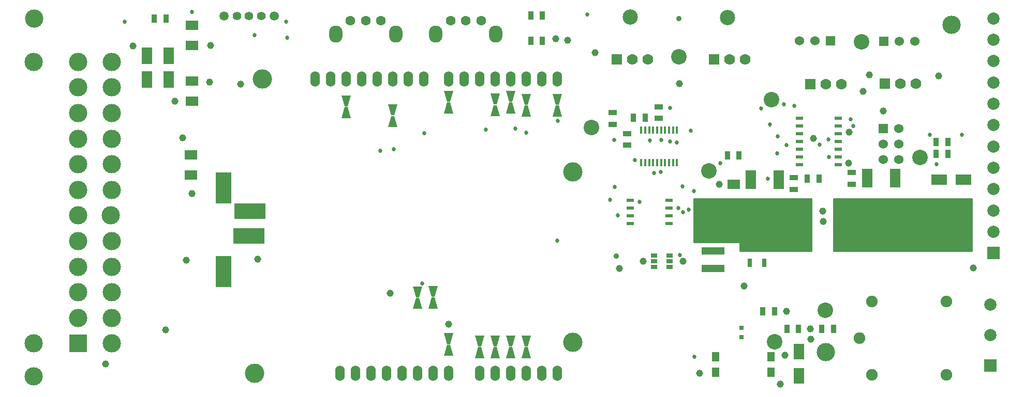
<source format=gts>
G04 (created by PCBNEW (2013-07-07 BZR 4022)-stable) date 31/03/2014 17:29:00*
%MOIN*%
G04 Gerber Fmt 3.4, Leading zero omitted, Abs format*
%FSLAX34Y34*%
G01*
G70*
G90*
G04 APERTURE LIST*
%ADD10C,0.006*%
%ADD11C,0.0984252*%
%ADD12R,0.0669291X0.0984252*%
%ADD13R,0.035X0.055*%
%ADD14R,0.0511811X0.0590551*%
%ADD15R,0.06X0.06*%
%ADD16C,0.06*%
%ADD17R,0.055X0.035*%
%ADD18R,0.0787402X0.0787402*%
%ADD19C,0.0787402*%
%ADD20R,0.045X0.02*%
%ADD21R,0.0984252X0.0669291*%
%ADD22R,0.07X0.11*%
%ADD23R,0.08X0.06*%
%ADD24R,0.0394X0.0276*%
%ADD25R,0.0255906X0.0531496*%
%ADD26R,0.145669X0.0472441*%
%ADD27C,0.075*%
%ADD28C,0.11811*%
%ADD29R,0.016X0.05*%
%ADD30R,0.0314X0.0314*%
%ADD31C,0.07*%
%ADD32R,0.07X0.07*%
%ADD33O,0.0866142X0.110236*%
%ADD34C,0.0629921*%
%ADD35C,0.0590551*%
%ADD36C,0.0551181*%
%ADD37O,0.06X0.1*%
%ADD38C,0.125*%
%ADD39R,0.11811X0.11811*%
%ADD40C,0.1*%
%ADD41R,0.065X0.12*%
%ADD42R,0.24X0.24*%
%ADD43R,0.1X0.1*%
%ADD44R,0.05X0.1*%
%ADD45R,0.1X0.05*%
%ADD46C,0.046*%
%ADD47C,0.027*%
%ADD48C,0.035*%
%ADD49C,0.01*%
G04 APERTURE END LIST*
G54D10*
G54D11*
X95650Y-39550D03*
G54D12*
X100250Y-61100D03*
X100250Y-62674D03*
G54D13*
X100225Y-59650D03*
X99475Y-59650D03*
X101725Y-59650D03*
X102475Y-59650D03*
X97925Y-58500D03*
X98675Y-58500D03*
G54D14*
X94900Y-61450D03*
X94900Y-62450D03*
X98443Y-62450D03*
X98443Y-61450D03*
G54D15*
X105700Y-46700D03*
G54D16*
X106700Y-46700D03*
X105700Y-47700D03*
X106700Y-47700D03*
X105700Y-48700D03*
X106700Y-48700D03*
G54D17*
X91225Y-45300D03*
X91225Y-46050D03*
X89175Y-47025D03*
X89175Y-47775D03*
G54D18*
X112600Y-62000D03*
G54D19*
X112600Y-60031D03*
X112600Y-58062D03*
G54D18*
X112800Y-54750D03*
G54D19*
X112800Y-53372D03*
X112800Y-51994D03*
X112800Y-50616D03*
X112800Y-49238D03*
X112800Y-47860D03*
X112800Y-46482D03*
X112800Y-45104D03*
X112800Y-43726D03*
X112800Y-42348D03*
X112800Y-40970D03*
X112800Y-39592D03*
G54D20*
X91900Y-51325D03*
X91900Y-51825D03*
X91900Y-52325D03*
X91900Y-52825D03*
X89400Y-52825D03*
X89400Y-52325D03*
X89400Y-51825D03*
X89400Y-51325D03*
G54D21*
X110850Y-50000D03*
X109275Y-50000D03*
G54D13*
X95650Y-48425D03*
X96400Y-48425D03*
G54D22*
X58250Y-43550D03*
X59650Y-43550D03*
X59650Y-42000D03*
X58250Y-42000D03*
G54D23*
X61150Y-43650D03*
X61150Y-44950D03*
X61100Y-49700D03*
X61100Y-48400D03*
X61150Y-40050D03*
X61150Y-41350D03*
G54D13*
X59475Y-39600D03*
X58725Y-39600D03*
X83725Y-41050D03*
X82975Y-41050D03*
X82975Y-39400D03*
X83725Y-39400D03*
G54D24*
X90925Y-55650D03*
X90925Y-55275D03*
X90925Y-54900D03*
X91925Y-54900D03*
X91925Y-55275D03*
X91925Y-55650D03*
G54D25*
X97075Y-55375D03*
X98019Y-55375D03*
G54D26*
X94725Y-55725D03*
X94725Y-54622D03*
G54D27*
X104150Y-60250D03*
X104940Y-57890D03*
X109740Y-57890D03*
X109740Y-62610D03*
X104940Y-62610D03*
G54D20*
X100300Y-46050D03*
X100300Y-46550D03*
X100300Y-47050D03*
X100300Y-47550D03*
X100300Y-48050D03*
X100300Y-48550D03*
X100300Y-49050D03*
X102800Y-49050D03*
X102800Y-48550D03*
X102800Y-47550D03*
X102800Y-47050D03*
X102800Y-46550D03*
X102800Y-46050D03*
X102800Y-48050D03*
G54D28*
X51000Y-39600D03*
X50950Y-62700D03*
X110100Y-40000D03*
G54D29*
X92400Y-46800D03*
X92150Y-46800D03*
X91890Y-46800D03*
X91630Y-46800D03*
X91380Y-46800D03*
X91120Y-46800D03*
X90860Y-46800D03*
X90610Y-46800D03*
X90350Y-46800D03*
X90100Y-46800D03*
X90100Y-48900D03*
X90350Y-48900D03*
X90610Y-48900D03*
X90860Y-48900D03*
X91120Y-48900D03*
X91380Y-48900D03*
X91630Y-48900D03*
X91890Y-48900D03*
X92150Y-48900D03*
X92400Y-48900D03*
G54D17*
X88250Y-45675D03*
X88250Y-46425D03*
G54D13*
X90350Y-46000D03*
X89600Y-46000D03*
G54D30*
X96550Y-60170D03*
X96550Y-59580D03*
G54D11*
X89400Y-39500D03*
G54D31*
X89525Y-42250D03*
X90525Y-42250D03*
G54D32*
X88525Y-42250D03*
G54D31*
X106800Y-43800D03*
X107800Y-43800D03*
G54D32*
X105800Y-43800D03*
G54D31*
X102000Y-43825D03*
X103000Y-43825D03*
G54D32*
X101000Y-43825D03*
G54D31*
X95800Y-42250D03*
X96800Y-42250D03*
G54D32*
X94800Y-42250D03*
G54D33*
X74279Y-40616D03*
X70420Y-40616D03*
G54D34*
X72350Y-39750D03*
X73334Y-39750D03*
X71365Y-39750D03*
G54D33*
X80729Y-40616D03*
X76870Y-40616D03*
G54D34*
X78800Y-39750D03*
X79784Y-39750D03*
X77815Y-39750D03*
G54D35*
X66450Y-39425D03*
X63221Y-39425D03*
G54D36*
X65623Y-39425D03*
X64835Y-39425D03*
X64048Y-39425D03*
G54D37*
X84700Y-62500D03*
X84700Y-43500D03*
X83700Y-43500D03*
X82700Y-43500D03*
X81700Y-43500D03*
X80700Y-43500D03*
X79700Y-43500D03*
X78700Y-43500D03*
X77700Y-43500D03*
X76100Y-43500D03*
X75100Y-43500D03*
X74100Y-43500D03*
X73100Y-43500D03*
X72100Y-43500D03*
X71100Y-43500D03*
X70100Y-43500D03*
X69100Y-43500D03*
X83700Y-62500D03*
X82700Y-62500D03*
X81700Y-62500D03*
X80700Y-62500D03*
X79700Y-62500D03*
X77700Y-62500D03*
X76700Y-62500D03*
X75700Y-62500D03*
X74700Y-62500D03*
X73700Y-62500D03*
X72700Y-62500D03*
X71700Y-62500D03*
X70700Y-62500D03*
G54D38*
X85700Y-49500D03*
X85700Y-60500D03*
X65700Y-43500D03*
X65200Y-62500D03*
G54D28*
X50950Y-42400D03*
X50950Y-60588D03*
G54D39*
X53824Y-60588D03*
G54D28*
X53824Y-58935D03*
X53824Y-57281D03*
X53824Y-55628D03*
X53824Y-53974D03*
X53824Y-52321D03*
X53824Y-50667D03*
X53824Y-49014D03*
X53824Y-47360D03*
X53824Y-45707D03*
X53824Y-44053D03*
X53824Y-42400D03*
X55989Y-60588D03*
X55989Y-58935D03*
X55989Y-57281D03*
X55989Y-55628D03*
X55989Y-53974D03*
X55938Y-52321D03*
X55989Y-50667D03*
X55989Y-49014D03*
X55989Y-47360D03*
X55989Y-45707D03*
X55989Y-44053D03*
X55989Y-42400D03*
X102000Y-61125D03*
G54D40*
X94450Y-49425D03*
X104300Y-41100D03*
X92525Y-42075D03*
X101950Y-58425D03*
X98700Y-60475D03*
X86900Y-46625D03*
X108050Y-48575D03*
X98475Y-44850D03*
G54D41*
X98950Y-50000D03*
G54D42*
X98050Y-52500D03*
G54D41*
X97150Y-50000D03*
X106450Y-49900D03*
G54D42*
X105550Y-52400D03*
G54D41*
X104650Y-49900D03*
G54D23*
X96050Y-51600D03*
X96050Y-50300D03*
G54D13*
X109850Y-48350D03*
X109100Y-48350D03*
X109850Y-47575D03*
X109100Y-47575D03*
G54D17*
X103650Y-50300D03*
X103650Y-49550D03*
G54D13*
X100800Y-49950D03*
X101550Y-49950D03*
G54D17*
X99925Y-49875D03*
X99925Y-50625D03*
G54D15*
X102300Y-41050D03*
G54D16*
X101300Y-41050D03*
X100300Y-41050D03*
G54D15*
X105725Y-41075D03*
G54D16*
X106725Y-41075D03*
X107725Y-41075D03*
G54D43*
X64375Y-52025D03*
X65375Y-52025D03*
G54D44*
X64875Y-52025D03*
G54D43*
X63200Y-51050D03*
X63200Y-50050D03*
G54D45*
X63200Y-50550D03*
G54D43*
X64325Y-53650D03*
X65325Y-53650D03*
G54D44*
X64825Y-53650D03*
G54D43*
X63200Y-55450D03*
X63200Y-56450D03*
G54D45*
X63200Y-55950D03*
G54D10*
G36*
X78005Y-45730D02*
X77395Y-45730D01*
X77595Y-45020D01*
X77805Y-45020D01*
X78005Y-45730D01*
X78005Y-45730D01*
G37*
G36*
X78005Y-44270D02*
X77805Y-44980D01*
X77595Y-44980D01*
X77395Y-44270D01*
X78005Y-44270D01*
X78005Y-44270D01*
G37*
G36*
X79395Y-60070D02*
X80005Y-60070D01*
X79805Y-60780D01*
X79595Y-60780D01*
X79395Y-60070D01*
X79395Y-60070D01*
G37*
G36*
X79395Y-61530D02*
X79595Y-60820D01*
X79805Y-60820D01*
X80005Y-61530D01*
X79395Y-61530D01*
X79395Y-61530D01*
G37*
G36*
X80395Y-60070D02*
X81005Y-60070D01*
X80805Y-60780D01*
X80595Y-60780D01*
X80395Y-60070D01*
X80395Y-60070D01*
G37*
G36*
X80395Y-61530D02*
X80595Y-60820D01*
X80805Y-60820D01*
X81005Y-61530D01*
X80395Y-61530D01*
X80395Y-61530D01*
G37*
G36*
X82395Y-60070D02*
X83005Y-60070D01*
X82805Y-60780D01*
X82595Y-60780D01*
X82395Y-60070D01*
X82395Y-60070D01*
G37*
G36*
X82395Y-61530D02*
X82595Y-60820D01*
X82805Y-60820D01*
X83005Y-61530D01*
X82395Y-61530D01*
X82395Y-61530D01*
G37*
G36*
X81395Y-60070D02*
X82005Y-60070D01*
X81805Y-60780D01*
X81595Y-60780D01*
X81395Y-60070D01*
X81395Y-60070D01*
G37*
G36*
X81395Y-61530D02*
X81595Y-60820D01*
X81805Y-60820D01*
X82005Y-61530D01*
X81395Y-61530D01*
X81395Y-61530D01*
G37*
G36*
X74405Y-46605D02*
X73795Y-46605D01*
X73995Y-45895D01*
X74205Y-45895D01*
X74405Y-46605D01*
X74405Y-46605D01*
G37*
G36*
X74405Y-45145D02*
X74205Y-45855D01*
X73995Y-45855D01*
X73795Y-45145D01*
X74405Y-45145D01*
X74405Y-45145D01*
G37*
G36*
X71405Y-46030D02*
X70795Y-46030D01*
X70995Y-45320D01*
X71205Y-45320D01*
X71405Y-46030D01*
X71405Y-46030D01*
G37*
G36*
X71405Y-44570D02*
X71205Y-45280D01*
X70995Y-45280D01*
X70795Y-44570D01*
X71405Y-44570D01*
X71405Y-44570D01*
G37*
G36*
X85005Y-45930D02*
X84395Y-45930D01*
X84595Y-45220D01*
X84805Y-45220D01*
X85005Y-45930D01*
X85005Y-45930D01*
G37*
G36*
X85005Y-44470D02*
X84805Y-45180D01*
X84595Y-45180D01*
X84395Y-44470D01*
X85005Y-44470D01*
X85005Y-44470D01*
G37*
G36*
X78005Y-61380D02*
X77395Y-61380D01*
X77595Y-60670D01*
X77805Y-60670D01*
X78005Y-61380D01*
X78005Y-61380D01*
G37*
G36*
X78005Y-59920D02*
X77805Y-60630D01*
X77595Y-60630D01*
X77395Y-59920D01*
X78005Y-59920D01*
X78005Y-59920D01*
G37*
G36*
X76005Y-58355D02*
X75395Y-58355D01*
X75595Y-57645D01*
X75805Y-57645D01*
X76005Y-58355D01*
X76005Y-58355D01*
G37*
G36*
X76005Y-56895D02*
X75805Y-57605D01*
X75595Y-57605D01*
X75395Y-56895D01*
X76005Y-56895D01*
X76005Y-56895D01*
G37*
G36*
X77005Y-58330D02*
X76395Y-58330D01*
X76595Y-57620D01*
X76805Y-57620D01*
X77005Y-58330D01*
X77005Y-58330D01*
G37*
G36*
X77005Y-56870D02*
X76805Y-57580D01*
X76595Y-57580D01*
X76395Y-56870D01*
X77005Y-56870D01*
X77005Y-56870D01*
G37*
G36*
X81005Y-45905D02*
X80395Y-45905D01*
X80595Y-45195D01*
X80805Y-45195D01*
X81005Y-45905D01*
X81005Y-45905D01*
G37*
G36*
X81005Y-44445D02*
X80805Y-45155D01*
X80595Y-45155D01*
X80395Y-44445D01*
X81005Y-44445D01*
X81005Y-44445D01*
G37*
G36*
X82005Y-45730D02*
X81395Y-45730D01*
X81595Y-45020D01*
X81805Y-45020D01*
X82005Y-45730D01*
X82005Y-45730D01*
G37*
G36*
X82005Y-44270D02*
X81805Y-44980D01*
X81595Y-44980D01*
X81395Y-44270D01*
X82005Y-44270D01*
X82005Y-44270D01*
G37*
G36*
X83005Y-45930D02*
X82395Y-45930D01*
X82595Y-45220D01*
X82805Y-45220D01*
X83005Y-45930D01*
X83005Y-45930D01*
G37*
G36*
X83005Y-44470D02*
X82805Y-45180D01*
X82595Y-45180D01*
X82395Y-44470D01*
X83005Y-44470D01*
X83005Y-44470D01*
G37*
G54D46*
X109250Y-43300D03*
X101825Y-52700D03*
X55600Y-61900D03*
X77700Y-59325D03*
X101000Y-59650D03*
X59450Y-59700D03*
X62300Y-43700D03*
G54D47*
X56825Y-39800D03*
G54D46*
X85350Y-41000D03*
X60800Y-55200D03*
X65375Y-55125D03*
X64300Y-43850D03*
G54D48*
X88500Y-54950D03*
G54D47*
X91950Y-47525D03*
X90000Y-51450D03*
X108700Y-47100D03*
G54D46*
X61150Y-50900D03*
X57350Y-41375D03*
X87125Y-41800D03*
X62350Y-41350D03*
G54D47*
X93500Y-50750D03*
X84725Y-46200D03*
X97825Y-45400D03*
X84700Y-53925D03*
X74150Y-48050D03*
X73275Y-48125D03*
X93525Y-61450D03*
X88600Y-52300D03*
X88375Y-50475D03*
X67225Y-39800D03*
X67300Y-40825D03*
X76125Y-47000D03*
X82000Y-46700D03*
X93150Y-51925D03*
X92750Y-50425D03*
X80075Y-46775D03*
X88075Y-51300D03*
X82700Y-46975D03*
X92800Y-52100D03*
G54D46*
X90225Y-55275D03*
X96725Y-56875D03*
G54D47*
X92575Y-54875D03*
X86625Y-39350D03*
G54D46*
X84575Y-40900D03*
G54D47*
X93300Y-46850D03*
X91400Y-47450D03*
X90650Y-47475D03*
X102150Y-47400D03*
X88350Y-47425D03*
X95200Y-48950D03*
X99950Y-45225D03*
G54D46*
X104375Y-44300D03*
X104775Y-43225D03*
X95125Y-50300D03*
G54D47*
X110750Y-47100D03*
X99300Y-45150D03*
X92475Y-51825D03*
X89700Y-48725D03*
G54D46*
X101775Y-52050D03*
X103450Y-48925D03*
X101200Y-47350D03*
X105675Y-45575D03*
X103500Y-46950D03*
X60050Y-44950D03*
G54D47*
X61150Y-39175D03*
X75975Y-56700D03*
G54D46*
X73925Y-57325D03*
X60550Y-47300D03*
X88700Y-55750D03*
X111475Y-55700D03*
X92775Y-55275D03*
G54D48*
X92525Y-39600D03*
G54D46*
X92550Y-43800D03*
G54D47*
X65175Y-40675D03*
G54D46*
X99450Y-58500D03*
G54D47*
X99450Y-47775D03*
X98875Y-47200D03*
X92400Y-47600D03*
X90925Y-49575D03*
X109125Y-49000D03*
X91350Y-49500D03*
X98250Y-49925D03*
X98850Y-48300D03*
X98400Y-46450D03*
X101600Y-47750D03*
X103600Y-46100D03*
X91950Y-45375D03*
X103750Y-46550D03*
X102200Y-48550D03*
G54D46*
X99050Y-63200D03*
X93850Y-62500D03*
X101025Y-60300D03*
X99350Y-61350D03*
G54D10*
G36*
X101050Y-54600D02*
X96450Y-54600D01*
X96450Y-54025D01*
X93475Y-54025D01*
X93475Y-51250D01*
X101050Y-51250D01*
X101050Y-54600D01*
X101050Y-54600D01*
G37*
G54D49*
X101050Y-54600D02*
X96450Y-54600D01*
X96450Y-54025D01*
X93475Y-54025D01*
X93475Y-51250D01*
X101050Y-51250D01*
X101050Y-54600D01*
G54D10*
G36*
X111400Y-54600D02*
X102475Y-54600D01*
X102475Y-51250D01*
X111400Y-51250D01*
X111400Y-54600D01*
X111400Y-54600D01*
G37*
G54D49*
X111400Y-54600D02*
X102475Y-54600D01*
X102475Y-51250D01*
X111400Y-51250D01*
X111400Y-54600D01*
M02*

</source>
